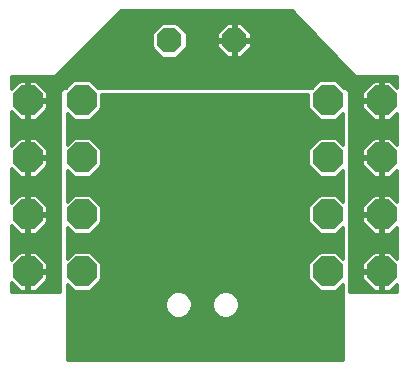
<source format=gbl>
G75*
%MOIN*%
%OFA0B0*%
%FSLAX25Y25*%
%IPPOS*%
%LPD*%
%AMOC8*
5,1,8,0,0,1.08239X$1,22.5*
%
%ADD10OC8,0.10000*%
%ADD11OC8,0.08268*%
%ADD12C,0.01000*%
%ADD13C,0.03600*%
D10*
X0009250Y0033250D03*
X0027250Y0033250D03*
X0027250Y0052250D03*
X0009250Y0052250D03*
X0009250Y0071250D03*
X0027250Y0071250D03*
X0027250Y0090250D03*
X0009250Y0090250D03*
X0109250Y0090250D03*
X0127250Y0090250D03*
X0127250Y0071250D03*
X0109250Y0071250D03*
X0109250Y0052250D03*
X0127250Y0052250D03*
X0127250Y0033250D03*
X0109250Y0033250D03*
D11*
X0078077Y0110250D03*
X0056423Y0110250D03*
D12*
X0022250Y0029058D02*
X0022250Y0003750D01*
X0114250Y0003750D01*
X0114250Y0029058D01*
X0111942Y0026750D01*
X0106558Y0026750D01*
X0102750Y0030558D01*
X0102750Y0035942D01*
X0106558Y0039750D01*
X0111942Y0039750D01*
X0114250Y0037442D01*
X0114250Y0048058D01*
X0111942Y0045750D01*
X0106558Y0045750D01*
X0102750Y0049558D01*
X0102750Y0054942D01*
X0106558Y0058750D01*
X0111942Y0058750D01*
X0114250Y0056442D01*
X0114250Y0067058D01*
X0111942Y0064750D01*
X0106558Y0064750D01*
X0102750Y0068558D01*
X0102750Y0073942D01*
X0106558Y0077750D01*
X0111942Y0077750D01*
X0114250Y0075442D01*
X0114250Y0086058D01*
X0111942Y0083750D01*
X0106558Y0083750D01*
X0102750Y0087558D01*
X0102750Y0092250D01*
X0033750Y0092250D01*
X0033750Y0087558D01*
X0029942Y0083750D01*
X0024558Y0083750D01*
X0022250Y0086058D01*
X0022250Y0075442D01*
X0024558Y0077750D01*
X0029942Y0077750D01*
X0033750Y0073942D01*
X0033750Y0068558D01*
X0029942Y0064750D01*
X0024558Y0064750D01*
X0022250Y0067058D01*
X0022250Y0056442D01*
X0024558Y0058750D01*
X0029942Y0058750D01*
X0033750Y0054942D01*
X0033750Y0049558D01*
X0029942Y0045750D01*
X0024558Y0045750D01*
X0022250Y0048058D01*
X0022250Y0037442D01*
X0024558Y0039750D01*
X0029942Y0039750D01*
X0033750Y0035942D01*
X0033750Y0030558D01*
X0029942Y0026750D01*
X0024558Y0026750D01*
X0022250Y0029058D01*
X0022250Y0028210D02*
X0023098Y0028210D01*
X0022250Y0027211D02*
X0024096Y0027211D01*
X0022250Y0026213D02*
X0057266Y0026213D01*
X0056845Y0026038D02*
X0055588Y0024781D01*
X0054907Y0023139D01*
X0054907Y0021361D01*
X0055588Y0019719D01*
X0056845Y0018462D01*
X0058487Y0017781D01*
X0060265Y0017781D01*
X0061907Y0018462D01*
X0063164Y0019719D01*
X0063844Y0021361D01*
X0063844Y0023139D01*
X0063164Y0024781D01*
X0061907Y0026038D01*
X0060265Y0026718D01*
X0058487Y0026718D01*
X0056845Y0026038D01*
X0056021Y0025214D02*
X0022250Y0025214D01*
X0022250Y0024216D02*
X0055354Y0024216D01*
X0054940Y0023217D02*
X0022250Y0023217D01*
X0022250Y0022219D02*
X0054907Y0022219D01*
X0054966Y0021220D02*
X0022250Y0021220D01*
X0022250Y0020222D02*
X0055379Y0020222D01*
X0056083Y0019223D02*
X0022250Y0019223D01*
X0022250Y0018225D02*
X0057417Y0018225D01*
X0061335Y0018225D02*
X0073165Y0018225D01*
X0072593Y0018462D02*
X0071336Y0019719D01*
X0070656Y0021361D01*
X0070656Y0023139D01*
X0071336Y0024781D01*
X0072593Y0026038D01*
X0074235Y0026718D01*
X0076013Y0026718D01*
X0077655Y0026038D01*
X0078912Y0024781D01*
X0079593Y0023139D01*
X0079593Y0021361D01*
X0078912Y0019719D01*
X0077655Y0018462D01*
X0076013Y0017781D01*
X0074235Y0017781D01*
X0072593Y0018462D01*
X0071831Y0019223D02*
X0062669Y0019223D01*
X0063373Y0020222D02*
X0071127Y0020222D01*
X0070714Y0021220D02*
X0063786Y0021220D01*
X0063844Y0022219D02*
X0070656Y0022219D01*
X0070688Y0023217D02*
X0063812Y0023217D01*
X0063398Y0024216D02*
X0071102Y0024216D01*
X0071769Y0025214D02*
X0062731Y0025214D01*
X0061486Y0026213D02*
X0073014Y0026213D01*
X0077234Y0026213D02*
X0114250Y0026213D01*
X0114250Y0027211D02*
X0112404Y0027211D01*
X0113402Y0028210D02*
X0114250Y0028210D01*
X0116450Y0028210D02*
X0123098Y0028210D01*
X0122099Y0029208D02*
X0116450Y0029208D01*
X0116450Y0030207D02*
X0121101Y0030207D01*
X0120750Y0030558D02*
X0124558Y0026750D01*
X0126750Y0026750D01*
X0126750Y0032750D01*
X0127750Y0032750D01*
X0127750Y0026750D01*
X0129942Y0026750D01*
X0132250Y0029058D01*
X0132250Y0026250D01*
X0116450Y0026250D01*
X0116450Y0093161D01*
X0115161Y0094450D01*
X0114525Y0094450D01*
X0112025Y0096950D01*
X0106475Y0096950D01*
X0103975Y0094450D01*
X0032525Y0094450D01*
X0030025Y0096950D01*
X0024475Y0096950D01*
X0021975Y0094450D01*
X0021339Y0094450D01*
X0020050Y0093161D01*
X0020050Y0026250D01*
X0003750Y0026250D01*
X0003750Y0029558D01*
X0006558Y0026750D01*
X0008750Y0026750D01*
X0008750Y0032750D01*
X0009750Y0032750D01*
X0009750Y0033750D01*
X0008750Y0033750D01*
X0008750Y0039750D01*
X0006558Y0039750D01*
X0003750Y0036942D01*
X0003750Y0048558D01*
X0006558Y0045750D01*
X0008750Y0045750D01*
X0008750Y0051750D01*
X0009750Y0051750D01*
X0009750Y0052750D01*
X0008750Y0052750D01*
X0008750Y0058750D01*
X0006558Y0058750D01*
X0003750Y0055942D01*
X0003750Y0067558D01*
X0006558Y0064750D01*
X0008750Y0064750D01*
X0008750Y0070750D01*
X0009750Y0070750D01*
X0009750Y0071750D01*
X0008750Y0071750D01*
X0008750Y0077750D01*
X0006558Y0077750D01*
X0003750Y0074942D01*
X0003750Y0086558D01*
X0006558Y0083750D01*
X0008750Y0083750D01*
X0008750Y0089750D01*
X0009750Y0089750D01*
X0009750Y0090750D01*
X0008750Y0090750D01*
X0008750Y0096750D01*
X0006558Y0096750D01*
X0003750Y0093942D01*
X0003750Y0098250D01*
X0018250Y0098250D01*
X0040250Y0120250D01*
X0097250Y0120250D01*
X0118250Y0098250D01*
X0132250Y0098250D01*
X0132250Y0094442D01*
X0129942Y0096750D01*
X0127750Y0096750D01*
X0127750Y0090750D01*
X0126750Y0090750D01*
X0126750Y0096750D01*
X0124558Y0096750D01*
X0120750Y0092942D01*
X0120750Y0090750D01*
X0126750Y0090750D01*
X0126750Y0089750D01*
X0127750Y0089750D01*
X0127750Y0083750D01*
X0129942Y0083750D01*
X0132250Y0086058D01*
X0132250Y0075442D01*
X0129942Y0077750D01*
X0127750Y0077750D01*
X0127750Y0071750D01*
X0126750Y0071750D01*
X0126750Y0077750D01*
X0124558Y0077750D01*
X0120750Y0073942D01*
X0120750Y0071750D01*
X0126750Y0071750D01*
X0126750Y0070750D01*
X0127750Y0070750D01*
X0127750Y0064750D01*
X0129942Y0064750D01*
X0132250Y0067058D01*
X0132250Y0056442D01*
X0129942Y0058750D01*
X0127750Y0058750D01*
X0127750Y0052750D01*
X0126750Y0052750D01*
X0126750Y0058750D01*
X0124558Y0058750D01*
X0120750Y0054942D01*
X0120750Y0052750D01*
X0126750Y0052750D01*
X0126750Y0051750D01*
X0127750Y0051750D01*
X0127750Y0045750D01*
X0129942Y0045750D01*
X0132250Y0048058D01*
X0132250Y0037442D01*
X0129942Y0039750D01*
X0127750Y0039750D01*
X0127750Y0033750D01*
X0126750Y0033750D01*
X0126750Y0039750D01*
X0124558Y0039750D01*
X0120750Y0035942D01*
X0120750Y0033750D01*
X0126750Y0033750D01*
X0126750Y0032750D01*
X0120750Y0032750D01*
X0120750Y0030558D01*
X0120750Y0031205D02*
X0116450Y0031205D01*
X0116450Y0032204D02*
X0120750Y0032204D01*
X0120750Y0034201D02*
X0116450Y0034201D01*
X0116450Y0035199D02*
X0120750Y0035199D01*
X0121006Y0036198D02*
X0116450Y0036198D01*
X0116450Y0037196D02*
X0122004Y0037196D01*
X0123003Y0038195D02*
X0116450Y0038195D01*
X0116450Y0039193D02*
X0124001Y0039193D01*
X0126750Y0039193D02*
X0127750Y0039193D01*
X0127750Y0038195D02*
X0126750Y0038195D01*
X0126750Y0037196D02*
X0127750Y0037196D01*
X0127750Y0036198D02*
X0126750Y0036198D01*
X0126750Y0035199D02*
X0127750Y0035199D01*
X0127750Y0034201D02*
X0126750Y0034201D01*
X0126750Y0033202D02*
X0116450Y0033202D01*
X0114250Y0038195D02*
X0113497Y0038195D01*
X0114250Y0039193D02*
X0112499Y0039193D01*
X0114250Y0040192D02*
X0022250Y0040192D01*
X0022250Y0041190D02*
X0114250Y0041190D01*
X0114250Y0042189D02*
X0022250Y0042189D01*
X0022250Y0043187D02*
X0114250Y0043187D01*
X0114250Y0044186D02*
X0022250Y0044186D01*
X0022250Y0045184D02*
X0114250Y0045184D01*
X0114250Y0046183D02*
X0112375Y0046183D01*
X0113374Y0047182D02*
X0114250Y0047182D01*
X0116450Y0047182D02*
X0123126Y0047182D01*
X0122128Y0048180D02*
X0116450Y0048180D01*
X0116450Y0049179D02*
X0121129Y0049179D01*
X0120750Y0049558D02*
X0124558Y0045750D01*
X0126750Y0045750D01*
X0126750Y0051750D01*
X0120750Y0051750D01*
X0120750Y0049558D01*
X0120750Y0050177D02*
X0116450Y0050177D01*
X0116450Y0051176D02*
X0120750Y0051176D01*
X0120750Y0053173D02*
X0116450Y0053173D01*
X0116450Y0054171D02*
X0120750Y0054171D01*
X0120977Y0055170D02*
X0116450Y0055170D01*
X0116450Y0056168D02*
X0121976Y0056168D01*
X0122974Y0057167D02*
X0116450Y0057167D01*
X0116450Y0058165D02*
X0123973Y0058165D01*
X0126750Y0058165D02*
X0127750Y0058165D01*
X0127750Y0057167D02*
X0126750Y0057167D01*
X0126750Y0056168D02*
X0127750Y0056168D01*
X0127750Y0055170D02*
X0126750Y0055170D01*
X0126750Y0054171D02*
X0127750Y0054171D01*
X0127750Y0053173D02*
X0126750Y0053173D01*
X0126750Y0052174D02*
X0116450Y0052174D01*
X0114250Y0057167D02*
X0113526Y0057167D01*
X0114250Y0058165D02*
X0112527Y0058165D01*
X0114250Y0059164D02*
X0022250Y0059164D01*
X0022250Y0060162D02*
X0114250Y0060162D01*
X0114250Y0061161D02*
X0022250Y0061161D01*
X0022250Y0062159D02*
X0114250Y0062159D01*
X0114250Y0063158D02*
X0022250Y0063158D01*
X0022250Y0064156D02*
X0114250Y0064156D01*
X0114250Y0065155D02*
X0112347Y0065155D01*
X0113346Y0066153D02*
X0114250Y0066153D01*
X0116450Y0066153D02*
X0123154Y0066153D01*
X0122156Y0067152D02*
X0116450Y0067152D01*
X0116450Y0068150D02*
X0121157Y0068150D01*
X0120750Y0068558D02*
X0124558Y0064750D01*
X0126750Y0064750D01*
X0126750Y0070750D01*
X0120750Y0070750D01*
X0120750Y0068558D01*
X0120750Y0069149D02*
X0116450Y0069149D01*
X0116450Y0070147D02*
X0120750Y0070147D01*
X0120750Y0072144D02*
X0116450Y0072144D01*
X0116450Y0071146D02*
X0126750Y0071146D01*
X0126750Y0072144D02*
X0127750Y0072144D01*
X0127750Y0073143D02*
X0126750Y0073143D01*
X0126750Y0074141D02*
X0127750Y0074141D01*
X0127750Y0075140D02*
X0126750Y0075140D01*
X0126750Y0076138D02*
X0127750Y0076138D01*
X0127750Y0077137D02*
X0126750Y0077137D01*
X0123944Y0077137D02*
X0116450Y0077137D01*
X0116450Y0078135D02*
X0132250Y0078135D01*
X0132250Y0077137D02*
X0130555Y0077137D01*
X0131554Y0076138D02*
X0132250Y0076138D01*
X0132250Y0079134D02*
X0116450Y0079134D01*
X0116450Y0080132D02*
X0132250Y0080132D01*
X0132250Y0081131D02*
X0116450Y0081131D01*
X0116450Y0082129D02*
X0132250Y0082129D01*
X0132250Y0083128D02*
X0116450Y0083128D01*
X0116450Y0084126D02*
X0124181Y0084126D01*
X0124558Y0083750D02*
X0126750Y0083750D01*
X0126750Y0089750D01*
X0120750Y0089750D01*
X0120750Y0087558D01*
X0124558Y0083750D01*
X0123183Y0085125D02*
X0116450Y0085125D01*
X0116450Y0086123D02*
X0122184Y0086123D01*
X0121186Y0087122D02*
X0116450Y0087122D01*
X0116450Y0088120D02*
X0120750Y0088120D01*
X0120750Y0089119D02*
X0116450Y0089119D01*
X0116450Y0090118D02*
X0126750Y0090118D01*
X0126750Y0091116D02*
X0127750Y0091116D01*
X0127750Y0092115D02*
X0126750Y0092115D01*
X0126750Y0093113D02*
X0127750Y0093113D01*
X0127750Y0094112D02*
X0126750Y0094112D01*
X0126750Y0095110D02*
X0127750Y0095110D01*
X0127750Y0096109D02*
X0126750Y0096109D01*
X0123916Y0096109D02*
X0112867Y0096109D01*
X0113865Y0095110D02*
X0122918Y0095110D01*
X0121919Y0094112D02*
X0115500Y0094112D01*
X0116450Y0093113D02*
X0120921Y0093113D01*
X0120750Y0092115D02*
X0116450Y0092115D01*
X0116450Y0091116D02*
X0120750Y0091116D01*
X0126750Y0089119D02*
X0127750Y0089119D01*
X0127750Y0088120D02*
X0126750Y0088120D01*
X0126750Y0087122D02*
X0127750Y0087122D01*
X0127750Y0086123D02*
X0126750Y0086123D01*
X0126750Y0085125D02*
X0127750Y0085125D01*
X0127750Y0084126D02*
X0126750Y0084126D01*
X0130319Y0084126D02*
X0132250Y0084126D01*
X0132250Y0085125D02*
X0131317Y0085125D01*
X0122946Y0076138D02*
X0116450Y0076138D01*
X0116450Y0075140D02*
X0121947Y0075140D01*
X0120949Y0074141D02*
X0116450Y0074141D01*
X0116450Y0073143D02*
X0120750Y0073143D01*
X0126750Y0070147D02*
X0127750Y0070147D01*
X0127750Y0069149D02*
X0126750Y0069149D01*
X0126750Y0068150D02*
X0127750Y0068150D01*
X0127750Y0067152D02*
X0126750Y0067152D01*
X0126750Y0066153D02*
X0127750Y0066153D01*
X0127750Y0065155D02*
X0126750Y0065155D01*
X0124153Y0065155D02*
X0116450Y0065155D01*
X0116450Y0064156D02*
X0132250Y0064156D01*
X0132250Y0063158D02*
X0116450Y0063158D01*
X0116450Y0062159D02*
X0132250Y0062159D01*
X0132250Y0061161D02*
X0116450Y0061161D01*
X0116450Y0060162D02*
X0132250Y0060162D01*
X0132250Y0059164D02*
X0116450Y0059164D01*
X0126750Y0051176D02*
X0127750Y0051176D01*
X0127750Y0050177D02*
X0126750Y0050177D01*
X0126750Y0049179D02*
X0127750Y0049179D01*
X0127750Y0048180D02*
X0126750Y0048180D01*
X0126750Y0047182D02*
X0127750Y0047182D01*
X0127750Y0046183D02*
X0126750Y0046183D01*
X0124125Y0046183D02*
X0116450Y0046183D01*
X0116450Y0045184D02*
X0132250Y0045184D01*
X0132250Y0044186D02*
X0116450Y0044186D01*
X0116450Y0043187D02*
X0132250Y0043187D01*
X0132250Y0042189D02*
X0116450Y0042189D01*
X0116450Y0041190D02*
X0132250Y0041190D01*
X0132250Y0040192D02*
X0116450Y0040192D01*
X0126750Y0032204D02*
X0127750Y0032204D01*
X0127750Y0031205D02*
X0126750Y0031205D01*
X0126750Y0030207D02*
X0127750Y0030207D01*
X0127750Y0029208D02*
X0126750Y0029208D01*
X0126750Y0028210D02*
X0127750Y0028210D01*
X0127750Y0027211D02*
X0126750Y0027211D01*
X0124096Y0027211D02*
X0116450Y0027211D01*
X0114250Y0025214D02*
X0078479Y0025214D01*
X0079146Y0024216D02*
X0114250Y0024216D01*
X0114250Y0023217D02*
X0079560Y0023217D01*
X0079593Y0022219D02*
X0114250Y0022219D01*
X0114250Y0021220D02*
X0079534Y0021220D01*
X0079121Y0020222D02*
X0114250Y0020222D01*
X0114250Y0019223D02*
X0078417Y0019223D01*
X0077083Y0018225D02*
X0114250Y0018225D01*
X0114250Y0017226D02*
X0022250Y0017226D01*
X0022250Y0016228D02*
X0114250Y0016228D01*
X0114250Y0015229D02*
X0022250Y0015229D01*
X0022250Y0014231D02*
X0114250Y0014231D01*
X0114250Y0013232D02*
X0022250Y0013232D01*
X0022250Y0012234D02*
X0114250Y0012234D01*
X0114250Y0011235D02*
X0022250Y0011235D01*
X0022250Y0010237D02*
X0114250Y0010237D01*
X0114250Y0009238D02*
X0022250Y0009238D01*
X0022250Y0008240D02*
X0114250Y0008240D01*
X0114250Y0007241D02*
X0022250Y0007241D01*
X0022250Y0006243D02*
X0114250Y0006243D01*
X0114250Y0005244D02*
X0022250Y0005244D01*
X0022250Y0004246D02*
X0114250Y0004246D01*
X0106096Y0027211D02*
X0030404Y0027211D01*
X0031402Y0028210D02*
X0105098Y0028210D01*
X0104099Y0029208D02*
X0032401Y0029208D01*
X0033399Y0030207D02*
X0103101Y0030207D01*
X0102750Y0031205D02*
X0033750Y0031205D01*
X0033750Y0032204D02*
X0102750Y0032204D01*
X0102750Y0033202D02*
X0033750Y0033202D01*
X0033750Y0034201D02*
X0102750Y0034201D01*
X0102750Y0035199D02*
X0033750Y0035199D01*
X0033494Y0036198D02*
X0103006Y0036198D01*
X0104004Y0037196D02*
X0032496Y0037196D01*
X0031497Y0038195D02*
X0105003Y0038195D01*
X0106001Y0039193D02*
X0030499Y0039193D01*
X0024001Y0039193D02*
X0022250Y0039193D01*
X0022250Y0038195D02*
X0023003Y0038195D01*
X0020050Y0038195D02*
X0013497Y0038195D01*
X0012499Y0039193D02*
X0020050Y0039193D01*
X0020050Y0040192D02*
X0003750Y0040192D01*
X0003750Y0041190D02*
X0020050Y0041190D01*
X0020050Y0042189D02*
X0003750Y0042189D01*
X0003750Y0043187D02*
X0020050Y0043187D01*
X0020050Y0044186D02*
X0003750Y0044186D01*
X0003750Y0045184D02*
X0020050Y0045184D01*
X0020050Y0046183D02*
X0012375Y0046183D01*
X0011942Y0045750D02*
X0015750Y0049558D01*
X0015750Y0051750D01*
X0009750Y0051750D01*
X0009750Y0045750D01*
X0011942Y0045750D01*
X0013374Y0047182D02*
X0020050Y0047182D01*
X0020050Y0048180D02*
X0014372Y0048180D01*
X0015371Y0049179D02*
X0020050Y0049179D01*
X0020050Y0050177D02*
X0015750Y0050177D01*
X0015750Y0051176D02*
X0020050Y0051176D01*
X0020050Y0052174D02*
X0009750Y0052174D01*
X0009750Y0052750D02*
X0015750Y0052750D01*
X0015750Y0054942D01*
X0011942Y0058750D01*
X0009750Y0058750D01*
X0009750Y0052750D01*
X0009750Y0053173D02*
X0008750Y0053173D01*
X0008750Y0054171D02*
X0009750Y0054171D01*
X0009750Y0055170D02*
X0008750Y0055170D01*
X0008750Y0056168D02*
X0009750Y0056168D01*
X0009750Y0057167D02*
X0008750Y0057167D01*
X0008750Y0058165D02*
X0009750Y0058165D01*
X0012527Y0058165D02*
X0020050Y0058165D01*
X0020050Y0057167D02*
X0013526Y0057167D01*
X0014524Y0056168D02*
X0020050Y0056168D01*
X0020050Y0055170D02*
X0015523Y0055170D01*
X0015750Y0054171D02*
X0020050Y0054171D01*
X0020050Y0053173D02*
X0015750Y0053173D01*
X0009750Y0051176D02*
X0008750Y0051176D01*
X0008750Y0050177D02*
X0009750Y0050177D01*
X0009750Y0049179D02*
X0008750Y0049179D01*
X0008750Y0048180D02*
X0009750Y0048180D01*
X0009750Y0047182D02*
X0008750Y0047182D01*
X0008750Y0046183D02*
X0009750Y0046183D01*
X0006125Y0046183D02*
X0003750Y0046183D01*
X0003750Y0047182D02*
X0005126Y0047182D01*
X0004128Y0048180D02*
X0003750Y0048180D01*
X0003750Y0056168D02*
X0003976Y0056168D01*
X0003750Y0057167D02*
X0004974Y0057167D01*
X0005973Y0058165D02*
X0003750Y0058165D01*
X0003750Y0059164D02*
X0020050Y0059164D01*
X0020050Y0060162D02*
X0003750Y0060162D01*
X0003750Y0061161D02*
X0020050Y0061161D01*
X0020050Y0062159D02*
X0003750Y0062159D01*
X0003750Y0063158D02*
X0020050Y0063158D01*
X0020050Y0064156D02*
X0003750Y0064156D01*
X0003750Y0065155D02*
X0006153Y0065155D01*
X0005154Y0066153D02*
X0003750Y0066153D01*
X0003750Y0067152D02*
X0004156Y0067152D01*
X0008750Y0067152D02*
X0009750Y0067152D01*
X0009750Y0068150D02*
X0008750Y0068150D01*
X0008750Y0069149D02*
X0009750Y0069149D01*
X0009750Y0070147D02*
X0008750Y0070147D01*
X0009750Y0070750D02*
X0009750Y0064750D01*
X0011942Y0064750D01*
X0015750Y0068558D01*
X0015750Y0070750D01*
X0009750Y0070750D01*
X0009750Y0071146D02*
X0020050Y0071146D01*
X0020050Y0072144D02*
X0015750Y0072144D01*
X0015750Y0071750D02*
X0015750Y0073942D01*
X0011942Y0077750D01*
X0009750Y0077750D01*
X0009750Y0071750D01*
X0015750Y0071750D01*
X0015750Y0073143D02*
X0020050Y0073143D01*
X0020050Y0074141D02*
X0015551Y0074141D01*
X0014553Y0075140D02*
X0020050Y0075140D01*
X0020050Y0076138D02*
X0013554Y0076138D01*
X0012555Y0077137D02*
X0020050Y0077137D01*
X0020050Y0078135D02*
X0003750Y0078135D01*
X0003750Y0077137D02*
X0005945Y0077137D01*
X0004946Y0076138D02*
X0003750Y0076138D01*
X0003750Y0075140D02*
X0003947Y0075140D01*
X0003750Y0079134D02*
X0020050Y0079134D01*
X0020050Y0080132D02*
X0003750Y0080132D01*
X0003750Y0081131D02*
X0020050Y0081131D01*
X0020050Y0082129D02*
X0003750Y0082129D01*
X0003750Y0083128D02*
X0020050Y0083128D01*
X0020050Y0084126D02*
X0012319Y0084126D01*
X0011942Y0083750D02*
X0015750Y0087558D01*
X0015750Y0089750D01*
X0009750Y0089750D01*
X0009750Y0083750D01*
X0011942Y0083750D01*
X0013317Y0085125D02*
X0020050Y0085125D01*
X0020050Y0086123D02*
X0014316Y0086123D01*
X0015314Y0087122D02*
X0020050Y0087122D01*
X0020050Y0088120D02*
X0015750Y0088120D01*
X0015750Y0089119D02*
X0020050Y0089119D01*
X0020050Y0090118D02*
X0009750Y0090118D01*
X0009750Y0090750D02*
X0015750Y0090750D01*
X0015750Y0092942D01*
X0011942Y0096750D01*
X0009750Y0096750D01*
X0009750Y0090750D01*
X0009750Y0091116D02*
X0008750Y0091116D01*
X0008750Y0092115D02*
X0009750Y0092115D01*
X0009750Y0093113D02*
X0008750Y0093113D01*
X0008750Y0094112D02*
X0009750Y0094112D01*
X0009750Y0095110D02*
X0008750Y0095110D01*
X0008750Y0096109D02*
X0009750Y0096109D01*
X0012584Y0096109D02*
X0023633Y0096109D01*
X0022635Y0095110D02*
X0013582Y0095110D01*
X0014581Y0094112D02*
X0021000Y0094112D01*
X0020050Y0093113D02*
X0015579Y0093113D01*
X0015750Y0092115D02*
X0020050Y0092115D01*
X0020050Y0091116D02*
X0015750Y0091116D01*
X0009750Y0089119D02*
X0008750Y0089119D01*
X0008750Y0088120D02*
X0009750Y0088120D01*
X0009750Y0087122D02*
X0008750Y0087122D01*
X0008750Y0086123D02*
X0009750Y0086123D01*
X0009750Y0085125D02*
X0008750Y0085125D01*
X0008750Y0084126D02*
X0009750Y0084126D01*
X0006181Y0084126D02*
X0003750Y0084126D01*
X0003750Y0085125D02*
X0005183Y0085125D01*
X0004184Y0086123D02*
X0003750Y0086123D01*
X0003750Y0094112D02*
X0003919Y0094112D01*
X0003750Y0095110D02*
X0004918Y0095110D01*
X0005916Y0096109D02*
X0003750Y0096109D01*
X0003750Y0097107D02*
X0132250Y0097107D01*
X0132250Y0096109D02*
X0130584Y0096109D01*
X0131582Y0095110D02*
X0132250Y0095110D01*
X0132250Y0098106D02*
X0003750Y0098106D01*
X0019104Y0099104D02*
X0117435Y0099104D01*
X0116482Y0100103D02*
X0020103Y0100103D01*
X0021101Y0101101D02*
X0115528Y0101101D01*
X0114575Y0102100D02*
X0022100Y0102100D01*
X0023098Y0103098D02*
X0113622Y0103098D01*
X0112669Y0104097D02*
X0024097Y0104097D01*
X0025095Y0105095D02*
X0053328Y0105095D01*
X0054007Y0104416D02*
X0058840Y0104416D01*
X0062257Y0107834D01*
X0062257Y0112666D01*
X0058840Y0116084D01*
X0054007Y0116084D01*
X0050589Y0112666D01*
X0050589Y0107834D01*
X0054007Y0104416D01*
X0052329Y0106094D02*
X0026094Y0106094D01*
X0027092Y0107092D02*
X0051331Y0107092D01*
X0050589Y0108091D02*
X0028091Y0108091D01*
X0029089Y0109089D02*
X0050589Y0109089D01*
X0050589Y0110088D02*
X0030088Y0110088D01*
X0031086Y0111086D02*
X0050589Y0111086D01*
X0050589Y0112085D02*
X0032085Y0112085D01*
X0033083Y0113083D02*
X0051006Y0113083D01*
X0052005Y0114082D02*
X0034082Y0114082D01*
X0035080Y0115080D02*
X0053003Y0115080D01*
X0054002Y0116079D02*
X0036079Y0116079D01*
X0037077Y0117077D02*
X0100278Y0117077D01*
X0099325Y0118076D02*
X0038076Y0118076D01*
X0039074Y0119074D02*
X0098372Y0119074D01*
X0097419Y0120073D02*
X0040073Y0120073D01*
X0058845Y0116079D02*
X0101232Y0116079D01*
X0102185Y0115080D02*
X0081214Y0115080D01*
X0080410Y0115884D02*
X0078577Y0115884D01*
X0078577Y0110750D01*
X0083711Y0110750D01*
X0083711Y0112584D01*
X0080410Y0115884D01*
X0078577Y0115080D02*
X0077577Y0115080D01*
X0077577Y0115884D02*
X0075743Y0115884D01*
X0072443Y0112584D01*
X0072443Y0110750D01*
X0077577Y0110750D01*
X0077577Y0115884D01*
X0077577Y0114082D02*
X0078577Y0114082D01*
X0078577Y0113083D02*
X0077577Y0113083D01*
X0077577Y0112085D02*
X0078577Y0112085D01*
X0078577Y0111086D02*
X0077577Y0111086D01*
X0077577Y0110750D02*
X0078577Y0110750D01*
X0078577Y0109750D01*
X0083711Y0109750D01*
X0083711Y0107916D01*
X0080410Y0104616D01*
X0078577Y0104616D01*
X0078577Y0109750D01*
X0077577Y0109750D01*
X0077577Y0104616D01*
X0075743Y0104616D01*
X0072443Y0107916D01*
X0072443Y0109750D01*
X0077577Y0109750D01*
X0077577Y0110750D01*
X0077577Y0110088D02*
X0062257Y0110088D01*
X0062257Y0111086D02*
X0072443Y0111086D01*
X0072443Y0112085D02*
X0062257Y0112085D01*
X0061840Y0113083D02*
X0072943Y0113083D01*
X0073941Y0114082D02*
X0060842Y0114082D01*
X0059843Y0115080D02*
X0074940Y0115080D01*
X0078577Y0110088D02*
X0106950Y0110088D01*
X0105997Y0111086D02*
X0083711Y0111086D01*
X0083711Y0112085D02*
X0105044Y0112085D01*
X0104091Y0113083D02*
X0083211Y0113083D01*
X0082212Y0114082D02*
X0103138Y0114082D01*
X0107903Y0109089D02*
X0083711Y0109089D01*
X0083711Y0108091D02*
X0108857Y0108091D01*
X0109810Y0107092D02*
X0082886Y0107092D01*
X0081888Y0106094D02*
X0110763Y0106094D01*
X0111716Y0105095D02*
X0080889Y0105095D01*
X0078577Y0105095D02*
X0077577Y0105095D01*
X0077577Y0106094D02*
X0078577Y0106094D01*
X0078577Y0107092D02*
X0077577Y0107092D01*
X0077577Y0108091D02*
X0078577Y0108091D01*
X0078577Y0109089D02*
X0077577Y0109089D01*
X0074266Y0106094D02*
X0060517Y0106094D01*
X0061516Y0107092D02*
X0073267Y0107092D01*
X0072443Y0108091D02*
X0062257Y0108091D01*
X0062257Y0109089D02*
X0072443Y0109089D01*
X0075264Y0105095D02*
X0059519Y0105095D01*
X0033750Y0092115D02*
X0102750Y0092115D01*
X0102750Y0091116D02*
X0033750Y0091116D01*
X0033750Y0090118D02*
X0102750Y0090118D01*
X0102750Y0089119D02*
X0033750Y0089119D01*
X0033750Y0088120D02*
X0102750Y0088120D01*
X0103186Y0087122D02*
X0033314Y0087122D01*
X0032316Y0086123D02*
X0104184Y0086123D01*
X0105183Y0085125D02*
X0031317Y0085125D01*
X0030319Y0084126D02*
X0106181Y0084126D01*
X0112319Y0084126D02*
X0114250Y0084126D01*
X0114250Y0083128D02*
X0022250Y0083128D01*
X0022250Y0084126D02*
X0024181Y0084126D01*
X0023183Y0085125D02*
X0022250Y0085125D01*
X0022250Y0082129D02*
X0114250Y0082129D01*
X0114250Y0081131D02*
X0022250Y0081131D01*
X0022250Y0080132D02*
X0114250Y0080132D01*
X0114250Y0079134D02*
X0022250Y0079134D01*
X0022250Y0078135D02*
X0114250Y0078135D01*
X0114250Y0077137D02*
X0112555Y0077137D01*
X0113554Y0076138D02*
X0114250Y0076138D01*
X0105944Y0077137D02*
X0030555Y0077137D01*
X0031554Y0076138D02*
X0104946Y0076138D01*
X0103947Y0075140D02*
X0032553Y0075140D01*
X0033551Y0074141D02*
X0102949Y0074141D01*
X0102750Y0073143D02*
X0033750Y0073143D01*
X0033750Y0072144D02*
X0102750Y0072144D01*
X0102750Y0071146D02*
X0033750Y0071146D01*
X0033750Y0070147D02*
X0102750Y0070147D01*
X0102750Y0069149D02*
X0033750Y0069149D01*
X0033343Y0068150D02*
X0103157Y0068150D01*
X0104156Y0067152D02*
X0032344Y0067152D01*
X0031346Y0066153D02*
X0105154Y0066153D01*
X0106153Y0065155D02*
X0030347Y0065155D01*
X0024153Y0065155D02*
X0022250Y0065155D01*
X0022250Y0066153D02*
X0023154Y0066153D01*
X0020050Y0066153D02*
X0013346Y0066153D01*
X0014344Y0067152D02*
X0020050Y0067152D01*
X0020050Y0068150D02*
X0015343Y0068150D01*
X0015750Y0069149D02*
X0020050Y0069149D01*
X0020050Y0070147D02*
X0015750Y0070147D01*
X0012347Y0065155D02*
X0020050Y0065155D01*
X0022250Y0058165D02*
X0023973Y0058165D01*
X0022974Y0057167D02*
X0022250Y0057167D01*
X0030527Y0058165D02*
X0105973Y0058165D01*
X0104974Y0057167D02*
X0031526Y0057167D01*
X0032524Y0056168D02*
X0103976Y0056168D01*
X0102977Y0055170D02*
X0033523Y0055170D01*
X0033750Y0054171D02*
X0102750Y0054171D01*
X0102750Y0053173D02*
X0033750Y0053173D01*
X0033750Y0052174D02*
X0102750Y0052174D01*
X0102750Y0051176D02*
X0033750Y0051176D01*
X0033750Y0050177D02*
X0102750Y0050177D01*
X0103129Y0049179D02*
X0033371Y0049179D01*
X0032372Y0048180D02*
X0104128Y0048180D01*
X0105126Y0047182D02*
X0031374Y0047182D01*
X0030375Y0046183D02*
X0106125Y0046183D01*
X0130375Y0046183D02*
X0132250Y0046183D01*
X0132250Y0047182D02*
X0131374Y0047182D01*
X0130499Y0039193D02*
X0132250Y0039193D01*
X0132250Y0038195D02*
X0131497Y0038195D01*
X0131402Y0028210D02*
X0132250Y0028210D01*
X0132250Y0027211D02*
X0130404Y0027211D01*
X0131526Y0057167D02*
X0132250Y0057167D01*
X0132250Y0058165D02*
X0130527Y0058165D01*
X0130347Y0065155D02*
X0132250Y0065155D01*
X0132250Y0066153D02*
X0131346Y0066153D01*
X0114250Y0085125D02*
X0113317Y0085125D01*
X0104635Y0095110D02*
X0031865Y0095110D01*
X0030867Y0096109D02*
X0105633Y0096109D01*
X0023945Y0077137D02*
X0022250Y0077137D01*
X0022250Y0076138D02*
X0022946Y0076138D01*
X0009750Y0076138D02*
X0008750Y0076138D01*
X0008750Y0075140D02*
X0009750Y0075140D01*
X0009750Y0074141D02*
X0008750Y0074141D01*
X0008750Y0073143D02*
X0009750Y0073143D01*
X0009750Y0072144D02*
X0008750Y0072144D01*
X0008750Y0077137D02*
X0009750Y0077137D01*
X0009750Y0066153D02*
X0008750Y0066153D01*
X0008750Y0065155D02*
X0009750Y0065155D01*
X0022250Y0047182D02*
X0023126Y0047182D01*
X0022250Y0046183D02*
X0024125Y0046183D01*
X0020050Y0037196D02*
X0014496Y0037196D01*
X0015494Y0036198D02*
X0020050Y0036198D01*
X0020050Y0035199D02*
X0015750Y0035199D01*
X0015750Y0035942D02*
X0011942Y0039750D01*
X0009750Y0039750D01*
X0009750Y0033750D01*
X0015750Y0033750D01*
X0015750Y0035942D01*
X0015750Y0034201D02*
X0020050Y0034201D01*
X0020050Y0033202D02*
X0009750Y0033202D01*
X0009750Y0032750D02*
X0015750Y0032750D01*
X0015750Y0030558D01*
X0011942Y0026750D01*
X0009750Y0026750D01*
X0009750Y0032750D01*
X0009750Y0032204D02*
X0008750Y0032204D01*
X0008750Y0031205D02*
X0009750Y0031205D01*
X0009750Y0030207D02*
X0008750Y0030207D01*
X0008750Y0029208D02*
X0009750Y0029208D01*
X0009750Y0028210D02*
X0008750Y0028210D01*
X0008750Y0027211D02*
X0009750Y0027211D01*
X0012404Y0027211D02*
X0020050Y0027211D01*
X0020050Y0028210D02*
X0013402Y0028210D01*
X0014401Y0029208D02*
X0020050Y0029208D01*
X0020050Y0030207D02*
X0015399Y0030207D01*
X0015750Y0031205D02*
X0020050Y0031205D01*
X0020050Y0032204D02*
X0015750Y0032204D01*
X0009750Y0034201D02*
X0008750Y0034201D01*
X0008750Y0035199D02*
X0009750Y0035199D01*
X0009750Y0036198D02*
X0008750Y0036198D01*
X0008750Y0037196D02*
X0009750Y0037196D01*
X0009750Y0038195D02*
X0008750Y0038195D01*
X0008750Y0039193D02*
X0009750Y0039193D01*
X0006001Y0039193D02*
X0003750Y0039193D01*
X0003750Y0038195D02*
X0005003Y0038195D01*
X0004004Y0037196D02*
X0003750Y0037196D01*
X0003750Y0029208D02*
X0004099Y0029208D01*
X0003750Y0028210D02*
X0005098Y0028210D01*
X0006096Y0027211D02*
X0003750Y0027211D01*
D13*
X0032250Y0016250D03*
X0057250Y0061250D03*
X0067250Y0087250D03*
X0096250Y0087250D03*
X0038250Y0087250D03*
X0103250Y0016250D03*
M02*

</source>
